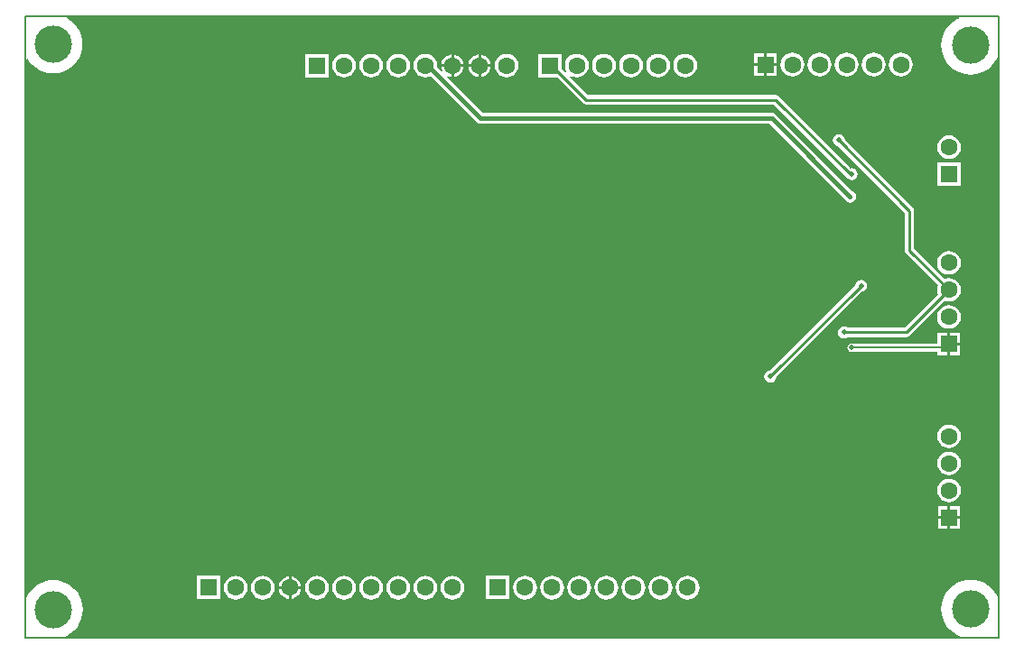
<source format=gbl>
G04 Layer_Physical_Order=2*
G04 Layer_Color=16711680*
%FSLAX43Y43*%
%MOMM*%
G71*
G01*
G75*
%ADD13C,0.250*%
%ADD14C,0.400*%
%ADD15C,0.200*%
%ADD16C,0.127*%
%ADD17C,1.600*%
%ADD18R,1.600X1.600*%
%ADD19C,3.500*%
%ADD20R,1.600X1.600*%
%ADD21C,0.400*%
%ADD22C,0.500*%
G36*
X87628Y58155D02*
X87400Y58061D01*
X87031Y57835D01*
X86702Y57554D01*
X86421Y57225D01*
X86195Y56856D01*
X86029Y56456D01*
X85928Y56035D01*
X85894Y55603D01*
X85928Y55172D01*
X86029Y54751D01*
X86195Y54351D01*
X86421Y53982D01*
X86702Y53653D01*
X87031Y53372D01*
X87400Y53145D01*
X87800Y52980D01*
X88221Y52879D01*
X88653Y52845D01*
X89084Y52879D01*
X89505Y52980D01*
X89905Y53145D01*
X90274Y53372D01*
X90603Y53653D01*
X90884Y53982D01*
X91111Y54351D01*
X91176Y54508D01*
X91303Y54482D01*
Y3818D01*
X91176Y3793D01*
X91111Y3950D01*
X90884Y4319D01*
X90603Y4648D01*
X90274Y4929D01*
X89905Y5155D01*
X89505Y5321D01*
X89084Y5422D01*
X88653Y5456D01*
X88221Y5422D01*
X87800Y5321D01*
X87400Y5155D01*
X87031Y4929D01*
X86702Y4648D01*
X86421Y4319D01*
X86195Y3950D01*
X86029Y3550D01*
X85928Y3129D01*
X85894Y2697D01*
X85928Y2266D01*
X86029Y1845D01*
X86195Y1445D01*
X86421Y1076D01*
X86702Y747D01*
X87031Y466D01*
X87400Y239D01*
X87701Y115D01*
X87676Y-12D01*
X3725D01*
X3699Y115D01*
X3910Y202D01*
X4279Y428D01*
X4608Y709D01*
X4889Y1039D01*
X5115Y1408D01*
X5281Y1807D01*
X5382Y2228D01*
X5416Y2660D01*
X5382Y3091D01*
X5281Y3512D01*
X5115Y3912D01*
X4889Y4281D01*
X4608Y4610D01*
X4279Y4892D01*
X3910Y5118D01*
X3510Y5283D01*
X3089Y5384D01*
X2657Y5418D01*
X2226Y5384D01*
X1805Y5283D01*
X1405Y5118D01*
X1036Y4892D01*
X707Y4610D01*
X426Y4281D01*
X199Y3912D01*
X140Y3769D01*
X13Y3794D01*
X126Y54279D01*
X253Y54315D01*
X388Y54094D01*
X669Y53765D01*
X998Y53484D01*
X1368Y53258D01*
X1767Y53092D01*
X2188Y52991D01*
X2620Y52957D01*
X3051Y52991D01*
X3472Y53092D01*
X3872Y53258D01*
X4241Y53484D01*
X4570Y53765D01*
X4852Y54094D01*
X5078Y54463D01*
X5243Y54863D01*
X5344Y55284D01*
X5378Y55715D01*
X5344Y56147D01*
X5243Y56568D01*
X5078Y56968D01*
X4852Y57337D01*
X4570Y57666D01*
X4241Y57947D01*
X3901Y58155D01*
X3932Y58283D01*
X87603D01*
X87628Y58155D01*
D02*
G37*
%LPC*%
G36*
X86501Y11162D02*
X85576D01*
Y10237D01*
X86501D01*
Y11162D01*
D02*
G37*
G36*
X87676D02*
X86751D01*
Y10237D01*
X87676D01*
Y11162D01*
D02*
G37*
G36*
X86501Y12337D02*
X85576D01*
Y11412D01*
X86501D01*
Y12337D01*
D02*
G37*
G36*
X24959Y5745D02*
Y4828D01*
X25877D01*
X25857Y4977D01*
X25751Y5232D01*
X25583Y5452D01*
X25364Y5620D01*
X25108Y5726D01*
X24959Y5745D01*
D02*
G37*
G36*
X24709Y4578D02*
X23791D01*
X23811Y4429D01*
X23917Y4173D01*
X24085Y3954D01*
X24304Y3786D01*
X24560Y3680D01*
X24709Y3660D01*
Y4578D01*
D02*
G37*
G36*
X45439Y5808D02*
X43229D01*
Y3598D01*
X45439D01*
Y5808D01*
D02*
G37*
G36*
X24709Y5745D02*
X24560Y5726D01*
X24304Y5620D01*
X24085Y5452D01*
X23917Y5232D01*
X23811Y4977D01*
X23791Y4828D01*
X24709D01*
Y5745D01*
D02*
G37*
G36*
X25877Y4578D02*
X24959D01*
Y3660D01*
X25108Y3680D01*
X25364Y3786D01*
X25583Y3954D01*
X25751Y4173D01*
X25857Y4429D01*
X25877Y4578D01*
D02*
G37*
G36*
X86493Y28628D02*
X85568D01*
Y27634D01*
X77494D01*
X77337Y27603D01*
X77203Y27513D01*
X77113Y27379D01*
X77082Y27221D01*
X77113Y27063D01*
X77203Y26930D01*
X77337Y26840D01*
X77494Y26809D01*
X85568D01*
Y26528D01*
X86493D01*
Y27578D01*
Y28628D01*
D02*
G37*
G36*
X78396Y33594D02*
X78179Y33551D01*
X77996Y33428D01*
X77873Y33245D01*
X77844Y33096D01*
X69816Y25068D01*
X69667Y25038D01*
X69483Y24915D01*
X69360Y24732D01*
X69317Y24515D01*
X69360Y24299D01*
X69483Y24115D01*
X69667Y23993D01*
X69883Y23950D01*
X70100Y23993D01*
X70283Y24115D01*
X70406Y24299D01*
X70435Y24448D01*
X78463Y32476D01*
X78612Y32505D01*
X78796Y32628D01*
X78918Y32812D01*
X78961Y33028D01*
X78918Y33245D01*
X78796Y33428D01*
X78612Y33551D01*
X78396Y33594D01*
D02*
G37*
G36*
X87668Y28628D02*
X86743D01*
Y27703D01*
X87668D01*
Y28628D01*
D02*
G37*
G36*
Y27453D02*
X86743D01*
Y26528D01*
X87668D01*
Y27453D01*
D02*
G37*
G36*
X86626Y14941D02*
X86338Y14903D01*
X86069Y14792D01*
X85838Y14615D01*
X85661Y14384D01*
X85550Y14115D01*
X85512Y13827D01*
X85550Y13538D01*
X85661Y13270D01*
X85838Y13039D01*
X86069Y12862D01*
X86338Y12750D01*
X86626Y12713D01*
X86915Y12750D01*
X87184Y12862D01*
X87414Y13039D01*
X87591Y13270D01*
X87703Y13538D01*
X87741Y13827D01*
X87703Y14115D01*
X87591Y14384D01*
X87414Y14615D01*
X87184Y14792D01*
X86915Y14903D01*
X86626Y14941D01*
D02*
G37*
G36*
X87676Y12337D02*
X86751D01*
Y11412D01*
X87676D01*
Y12337D01*
D02*
G37*
G36*
X86626Y20021D02*
X86338Y19983D01*
X86069Y19872D01*
X85838Y19695D01*
X85661Y19464D01*
X85550Y19195D01*
X85512Y18907D01*
X85550Y18618D01*
X85661Y18350D01*
X85838Y18119D01*
X86069Y17942D01*
X86338Y17830D01*
X86626Y17793D01*
X86915Y17830D01*
X87184Y17942D01*
X87414Y18119D01*
X87591Y18350D01*
X87703Y18618D01*
X87741Y18907D01*
X87703Y19195D01*
X87591Y19464D01*
X87414Y19695D01*
X87184Y19872D01*
X86915Y19983D01*
X86626Y20021D01*
D02*
G37*
G36*
Y17481D02*
X86338Y17443D01*
X86069Y17332D01*
X85838Y17155D01*
X85661Y16924D01*
X85550Y16655D01*
X85512Y16367D01*
X85550Y16078D01*
X85661Y15810D01*
X85838Y15579D01*
X86069Y15402D01*
X86338Y15290D01*
X86626Y15253D01*
X86915Y15290D01*
X87184Y15402D01*
X87414Y15579D01*
X87591Y15810D01*
X87703Y16078D01*
X87741Y16367D01*
X87703Y16655D01*
X87591Y16924D01*
X87414Y17155D01*
X87184Y17332D01*
X86915Y17443D01*
X86626Y17481D01*
D02*
G37*
G36*
X34994Y5817D02*
X34706Y5779D01*
X34437Y5668D01*
X34206Y5491D01*
X34029Y5260D01*
X33918Y4991D01*
X33880Y4703D01*
X33918Y4414D01*
X34029Y4146D01*
X34206Y3915D01*
X34437Y3738D01*
X34706Y3626D01*
X34994Y3588D01*
X35282Y3626D01*
X35551Y3738D01*
X35782Y3915D01*
X35959Y4146D01*
X36070Y4414D01*
X36108Y4703D01*
X36070Y4991D01*
X35959Y5260D01*
X35782Y5491D01*
X35551Y5668D01*
X35282Y5779D01*
X34994Y5817D01*
D02*
G37*
G36*
X32454D02*
X32166Y5779D01*
X31897Y5668D01*
X31666Y5491D01*
X31489Y5260D01*
X31378Y4991D01*
X31340Y4703D01*
X31378Y4414D01*
X31489Y4146D01*
X31666Y3915D01*
X31897Y3738D01*
X32166Y3626D01*
X32454Y3588D01*
X32742Y3626D01*
X33011Y3738D01*
X33242Y3915D01*
X33419Y4146D01*
X33530Y4414D01*
X33568Y4703D01*
X33530Y4991D01*
X33419Y5260D01*
X33242Y5491D01*
X33011Y5668D01*
X32742Y5779D01*
X32454Y5817D01*
D02*
G37*
G36*
X40074D02*
X39786Y5779D01*
X39517Y5668D01*
X39286Y5491D01*
X39109Y5260D01*
X38998Y4991D01*
X38960Y4703D01*
X38998Y4414D01*
X39109Y4146D01*
X39286Y3915D01*
X39517Y3738D01*
X39786Y3626D01*
X40074Y3588D01*
X40362Y3626D01*
X40631Y3738D01*
X40862Y3915D01*
X41039Y4146D01*
X41150Y4414D01*
X41188Y4703D01*
X41150Y4991D01*
X41039Y5260D01*
X40862Y5491D01*
X40631Y5668D01*
X40362Y5779D01*
X40074Y5817D01*
D02*
G37*
G36*
X37534D02*
X37246Y5779D01*
X36977Y5668D01*
X36746Y5491D01*
X36569Y5260D01*
X36458Y4991D01*
X36420Y4703D01*
X36458Y4414D01*
X36569Y4146D01*
X36746Y3915D01*
X36977Y3738D01*
X37246Y3626D01*
X37534Y3588D01*
X37822Y3626D01*
X38091Y3738D01*
X38322Y3915D01*
X38499Y4146D01*
X38610Y4414D01*
X38648Y4703D01*
X38610Y4991D01*
X38499Y5260D01*
X38322Y5491D01*
X38091Y5668D01*
X37822Y5779D01*
X37534Y5817D01*
D02*
G37*
G36*
X22294D02*
X22006Y5779D01*
X21737Y5668D01*
X21506Y5491D01*
X21329Y5260D01*
X21218Y4991D01*
X21180Y4703D01*
X21218Y4414D01*
X21329Y4146D01*
X21506Y3915D01*
X21737Y3738D01*
X22006Y3626D01*
X22294Y3588D01*
X22582Y3626D01*
X22851Y3738D01*
X23082Y3915D01*
X23259Y4146D01*
X23370Y4414D01*
X23408Y4703D01*
X23370Y4991D01*
X23259Y5260D01*
X23082Y5491D01*
X22851Y5668D01*
X22582Y5779D01*
X22294Y5817D01*
D02*
G37*
G36*
X19754D02*
X19466Y5779D01*
X19197Y5668D01*
X18966Y5491D01*
X18789Y5260D01*
X18678Y4991D01*
X18640Y4703D01*
X18678Y4414D01*
X18789Y4146D01*
X18966Y3915D01*
X19197Y3738D01*
X19466Y3626D01*
X19754Y3588D01*
X20042Y3626D01*
X20311Y3738D01*
X20542Y3915D01*
X20719Y4146D01*
X20830Y4414D01*
X20868Y4703D01*
X20830Y4991D01*
X20719Y5260D01*
X20542Y5491D01*
X20311Y5668D01*
X20042Y5779D01*
X19754Y5817D01*
D02*
G37*
G36*
X29914D02*
X29626Y5779D01*
X29357Y5668D01*
X29126Y5491D01*
X28949Y5260D01*
X28838Y4991D01*
X28800Y4703D01*
X28838Y4414D01*
X28949Y4146D01*
X29126Y3915D01*
X29357Y3738D01*
X29626Y3626D01*
X29914Y3588D01*
X30202Y3626D01*
X30471Y3738D01*
X30702Y3915D01*
X30879Y4146D01*
X30990Y4414D01*
X31028Y4703D01*
X30990Y4991D01*
X30879Y5260D01*
X30702Y5491D01*
X30471Y5668D01*
X30202Y5779D01*
X29914Y5817D01*
D02*
G37*
G36*
X27374D02*
X27086Y5779D01*
X26817Y5668D01*
X26586Y5491D01*
X26409Y5260D01*
X26298Y4991D01*
X26260Y4703D01*
X26298Y4414D01*
X26409Y4146D01*
X26586Y3915D01*
X26817Y3738D01*
X27086Y3626D01*
X27374Y3588D01*
X27662Y3626D01*
X27931Y3738D01*
X28162Y3915D01*
X28339Y4146D01*
X28450Y4414D01*
X28488Y4703D01*
X28450Y4991D01*
X28339Y5260D01*
X28162Y5491D01*
X27931Y5668D01*
X27662Y5779D01*
X27374Y5817D01*
D02*
G37*
G36*
X59574Y5817D02*
X59286Y5779D01*
X59017Y5668D01*
X58786Y5491D01*
X58609Y5260D01*
X58498Y4991D01*
X58460Y4703D01*
X58498Y4414D01*
X58609Y4146D01*
X58786Y3915D01*
X59017Y3738D01*
X59286Y3626D01*
X59574Y3588D01*
X59862Y3626D01*
X60131Y3738D01*
X60362Y3915D01*
X60539Y4146D01*
X60650Y4414D01*
X60688Y4703D01*
X60650Y4991D01*
X60539Y5260D01*
X60362Y5491D01*
X60131Y5668D01*
X59862Y5779D01*
X59574Y5817D01*
D02*
G37*
G36*
X57034D02*
X56746Y5779D01*
X56477Y5668D01*
X56246Y5491D01*
X56069Y5260D01*
X55958Y4991D01*
X55920Y4703D01*
X55958Y4414D01*
X56069Y4146D01*
X56246Y3915D01*
X56477Y3738D01*
X56746Y3626D01*
X57034Y3588D01*
X57322Y3626D01*
X57591Y3738D01*
X57822Y3915D01*
X57999Y4146D01*
X58110Y4414D01*
X58148Y4703D01*
X58110Y4991D01*
X57999Y5260D01*
X57822Y5491D01*
X57591Y5668D01*
X57322Y5779D01*
X57034Y5817D01*
D02*
G37*
G36*
X18319Y5808D02*
X16109D01*
Y3598D01*
X18319D01*
Y5808D01*
D02*
G37*
G36*
X62114Y5817D02*
X61826Y5779D01*
X61557Y5668D01*
X61326Y5491D01*
X61149Y5260D01*
X61038Y4991D01*
X61000Y4703D01*
X61038Y4414D01*
X61149Y4146D01*
X61326Y3915D01*
X61557Y3738D01*
X61826Y3626D01*
X62114Y3588D01*
X62402Y3626D01*
X62671Y3738D01*
X62902Y3915D01*
X63079Y4146D01*
X63190Y4414D01*
X63228Y4703D01*
X63190Y4991D01*
X63079Y5260D01*
X62902Y5491D01*
X62671Y5668D01*
X62402Y5779D01*
X62114Y5817D01*
D02*
G37*
G36*
X49414D02*
X49126Y5779D01*
X48857Y5668D01*
X48626Y5491D01*
X48449Y5260D01*
X48338Y4991D01*
X48300Y4703D01*
X48338Y4414D01*
X48449Y4146D01*
X48626Y3915D01*
X48857Y3738D01*
X49126Y3626D01*
X49414Y3588D01*
X49702Y3626D01*
X49971Y3738D01*
X50202Y3915D01*
X50379Y4146D01*
X50490Y4414D01*
X50528Y4703D01*
X50490Y4991D01*
X50379Y5260D01*
X50202Y5491D01*
X49971Y5668D01*
X49702Y5779D01*
X49414Y5817D01*
D02*
G37*
G36*
X46874D02*
X46586Y5779D01*
X46317Y5668D01*
X46086Y5491D01*
X45909Y5260D01*
X45798Y4991D01*
X45760Y4703D01*
X45798Y4414D01*
X45909Y4146D01*
X46086Y3915D01*
X46317Y3738D01*
X46586Y3626D01*
X46874Y3588D01*
X47162Y3626D01*
X47431Y3738D01*
X47662Y3915D01*
X47839Y4146D01*
X47950Y4414D01*
X47988Y4703D01*
X47950Y4991D01*
X47839Y5260D01*
X47662Y5491D01*
X47431Y5668D01*
X47162Y5779D01*
X46874Y5817D01*
D02*
G37*
G36*
X54494D02*
X54206Y5779D01*
X53937Y5668D01*
X53706Y5491D01*
X53529Y5260D01*
X53418Y4991D01*
X53380Y4703D01*
X53418Y4414D01*
X53529Y4146D01*
X53706Y3915D01*
X53937Y3738D01*
X54206Y3626D01*
X54494Y3588D01*
X54782Y3626D01*
X55051Y3738D01*
X55282Y3915D01*
X55459Y4146D01*
X55570Y4414D01*
X55608Y4703D01*
X55570Y4991D01*
X55459Y5260D01*
X55282Y5491D01*
X55051Y5668D01*
X54782Y5779D01*
X54494Y5817D01*
D02*
G37*
G36*
X51954D02*
X51666Y5779D01*
X51397Y5668D01*
X51166Y5491D01*
X50989Y5260D01*
X50878Y4991D01*
X50840Y4703D01*
X50878Y4414D01*
X50989Y4146D01*
X51166Y3915D01*
X51397Y3738D01*
X51666Y3626D01*
X51954Y3588D01*
X52242Y3626D01*
X52511Y3738D01*
X52742Y3915D01*
X52919Y4146D01*
X53030Y4414D01*
X53068Y4703D01*
X53030Y4991D01*
X52919Y5260D01*
X52742Y5491D01*
X52511Y5668D01*
X52242Y5779D01*
X51954Y5817D01*
D02*
G37*
G36*
X79578Y54916D02*
X79289Y54878D01*
X79020Y54766D01*
X78790Y54589D01*
X78613Y54359D01*
X78501Y54090D01*
X78463Y53801D01*
X78501Y53513D01*
X78613Y53244D01*
X78790Y53013D01*
X79020Y52836D01*
X79289Y52725D01*
X79578Y52687D01*
X79866Y52725D01*
X80135Y52836D01*
X80366Y53013D01*
X80543Y53244D01*
X80654Y53513D01*
X80692Y53801D01*
X80654Y54090D01*
X80543Y54359D01*
X80366Y54589D01*
X80135Y54766D01*
X79866Y54878D01*
X79578Y54916D01*
D02*
G37*
G36*
X77038D02*
X76749Y54878D01*
X76480Y54766D01*
X76250Y54589D01*
X76073Y54359D01*
X75961Y54090D01*
X75923Y53801D01*
X75961Y53513D01*
X76073Y53244D01*
X76250Y53013D01*
X76480Y52836D01*
X76749Y52725D01*
X77038Y52687D01*
X77326Y52725D01*
X77595Y52836D01*
X77826Y53013D01*
X78003Y53244D01*
X78114Y53513D01*
X78152Y53801D01*
X78114Y54090D01*
X78003Y54359D01*
X77826Y54589D01*
X77595Y54766D01*
X77326Y54878D01*
X77038Y54916D01*
D02*
G37*
G36*
X69293Y53676D02*
X68368D01*
Y52751D01*
X69293D01*
Y53676D01*
D02*
G37*
G36*
X82118Y54916D02*
X81829Y54878D01*
X81560Y54766D01*
X81330Y54589D01*
X81153Y54359D01*
X81041Y54090D01*
X81003Y53801D01*
X81041Y53513D01*
X81153Y53244D01*
X81330Y53013D01*
X81560Y52836D01*
X81829Y52725D01*
X82118Y52687D01*
X82406Y52725D01*
X82675Y52836D01*
X82906Y53013D01*
X83083Y53244D01*
X83194Y53513D01*
X83232Y53801D01*
X83194Y54090D01*
X83083Y54359D01*
X82906Y54589D01*
X82675Y54766D01*
X82406Y54878D01*
X82118Y54916D01*
D02*
G37*
G36*
X43657Y53578D02*
X42739D01*
Y52660D01*
X42888Y52680D01*
X43144Y52786D01*
X43363Y52954D01*
X43531Y53173D01*
X43637Y53429D01*
X43657Y53578D01*
D02*
G37*
G36*
X42489D02*
X41571D01*
X41591Y53429D01*
X41697Y53173D01*
X41865Y52954D01*
X42084Y52786D01*
X42340Y52680D01*
X42489Y52660D01*
Y53578D01*
D02*
G37*
G36*
X74498Y54916D02*
X74209Y54878D01*
X73940Y54766D01*
X73710Y54589D01*
X73533Y54359D01*
X73421Y54090D01*
X73383Y53801D01*
X73421Y53513D01*
X73533Y53244D01*
X73710Y53013D01*
X73940Y52836D01*
X74209Y52725D01*
X74498Y52687D01*
X74786Y52725D01*
X75055Y52836D01*
X75286Y53013D01*
X75463Y53244D01*
X75574Y53513D01*
X75612Y53801D01*
X75574Y54090D01*
X75463Y54359D01*
X75286Y54589D01*
X75055Y54766D01*
X74786Y54878D01*
X74498Y54916D01*
D02*
G37*
G36*
X71958D02*
X71669Y54878D01*
X71400Y54766D01*
X71170Y54589D01*
X70993Y54359D01*
X70881Y54090D01*
X70843Y53801D01*
X70881Y53513D01*
X70993Y53244D01*
X71170Y53013D01*
X71400Y52836D01*
X71669Y52725D01*
X71958Y52687D01*
X72246Y52725D01*
X72515Y52836D01*
X72746Y53013D01*
X72923Y53244D01*
X73034Y53513D01*
X73072Y53801D01*
X73034Y54090D01*
X72923Y54359D01*
X72746Y54589D01*
X72515Y54766D01*
X72246Y54878D01*
X71958Y54916D01*
D02*
G37*
G36*
X42739Y54745D02*
Y53828D01*
X43657D01*
X43637Y53977D01*
X43531Y54232D01*
X43363Y54452D01*
X43144Y54620D01*
X42888Y54726D01*
X42739Y54745D01*
D02*
G37*
G36*
X42489D02*
X42340Y54726D01*
X42084Y54620D01*
X41865Y54452D01*
X41697Y54232D01*
X41591Y53977D01*
X41571Y53828D01*
X42489D01*
Y54745D01*
D02*
G37*
G36*
X70468Y54851D02*
X69543D01*
Y53926D01*
X70468D01*
Y54851D01*
D02*
G37*
G36*
X69293D02*
X68368D01*
Y53926D01*
X69293D01*
Y54851D01*
D02*
G37*
G36*
X51734Y54817D02*
X51446Y54779D01*
X51177Y54668D01*
X50946Y54491D01*
X50769Y54260D01*
X50658Y53991D01*
X50620Y53703D01*
X50658Y53414D01*
X50769Y53146D01*
X50668Y53068D01*
X50299Y53438D01*
Y54808D01*
X48089D01*
Y52598D01*
X49899D01*
X52318Y50179D01*
X52460Y50084D01*
X52628Y50051D01*
X70190D01*
X77076Y43164D01*
X77112Y43110D01*
X77296Y42988D01*
X77512Y42945D01*
X77729Y42988D01*
X77912Y43110D01*
X78035Y43294D01*
X78078Y43510D01*
X78035Y43727D01*
X77912Y43910D01*
X77729Y44033D01*
X77512Y44076D01*
X77422Y44058D01*
X70681Y50799D01*
X70539Y50894D01*
X70371Y50927D01*
X52809D01*
X51100Y52637D01*
X51177Y52738D01*
X51446Y52626D01*
X51734Y52588D01*
X52022Y52626D01*
X52291Y52738D01*
X52522Y52915D01*
X52699Y53146D01*
X52810Y53414D01*
X52848Y53703D01*
X52810Y53991D01*
X52699Y54260D01*
X52522Y54491D01*
X52291Y54668D01*
X52022Y54779D01*
X51734Y54817D01*
D02*
G37*
G36*
X70468Y53676D02*
X69543D01*
Y52751D01*
X70468D01*
Y53676D01*
D02*
G37*
G36*
X40199Y54745D02*
Y53828D01*
X41117D01*
X41097Y53977D01*
X40991Y54232D01*
X40823Y54452D01*
X40604Y54620D01*
X40348Y54726D01*
X40199Y54745D01*
D02*
G37*
G36*
X39949D02*
X39800Y54726D01*
X39544Y54620D01*
X39325Y54452D01*
X39157Y54232D01*
X39051Y53977D01*
X39031Y53828D01*
X39949D01*
Y54745D01*
D02*
G37*
G36*
X29914Y54817D02*
X29626Y54779D01*
X29357Y54668D01*
X29126Y54491D01*
X28949Y54260D01*
X28838Y53991D01*
X28800Y53703D01*
X28838Y53414D01*
X28949Y53146D01*
X29126Y52915D01*
X29357Y52738D01*
X29626Y52626D01*
X29914Y52588D01*
X30202Y52626D01*
X30471Y52738D01*
X30702Y52915D01*
X30879Y53146D01*
X30990Y53414D01*
X31028Y53703D01*
X30990Y53991D01*
X30879Y54260D01*
X30702Y54491D01*
X30471Y54668D01*
X30202Y54779D01*
X29914Y54817D01*
D02*
G37*
G36*
X86626Y47161D02*
X86338Y47123D01*
X86069Y47012D01*
X85838Y46835D01*
X85661Y46604D01*
X85550Y46335D01*
X85512Y46047D01*
X85550Y45759D01*
X85661Y45490D01*
X85838Y45259D01*
X86069Y45082D01*
X86338Y44971D01*
X86626Y44933D01*
X86915Y44971D01*
X87184Y45082D01*
X87414Y45259D01*
X87591Y45490D01*
X87703Y45759D01*
X87741Y46047D01*
X87703Y46335D01*
X87591Y46604D01*
X87414Y46835D01*
X87184Y47012D01*
X86915Y47123D01*
X86626Y47161D01*
D02*
G37*
G36*
X34994Y54817D02*
X34706Y54779D01*
X34437Y54668D01*
X34206Y54491D01*
X34029Y54260D01*
X33918Y53991D01*
X33880Y53703D01*
X33918Y53414D01*
X34029Y53146D01*
X34206Y52915D01*
X34437Y52738D01*
X34706Y52626D01*
X34994Y52588D01*
X35282Y52626D01*
X35551Y52738D01*
X35782Y52915D01*
X35959Y53146D01*
X36070Y53414D01*
X36108Y53703D01*
X36070Y53991D01*
X35959Y54260D01*
X35782Y54491D01*
X35551Y54668D01*
X35282Y54779D01*
X34994Y54817D01*
D02*
G37*
G36*
X32454D02*
X32166Y54779D01*
X31897Y54668D01*
X31666Y54491D01*
X31489Y54260D01*
X31378Y53991D01*
X31340Y53703D01*
X31378Y53414D01*
X31489Y53146D01*
X31666Y52915D01*
X31897Y52738D01*
X32166Y52626D01*
X32454Y52588D01*
X32742Y52626D01*
X33011Y52738D01*
X33242Y52915D01*
X33419Y53146D01*
X33530Y53414D01*
X33568Y53703D01*
X33530Y53991D01*
X33419Y54260D01*
X33242Y54491D01*
X33011Y54668D01*
X32742Y54779D01*
X32454Y54817D01*
D02*
G37*
G36*
X76318Y47262D02*
X76101Y47218D01*
X75918Y47096D01*
X75795Y46912D01*
X75752Y46696D01*
X75795Y46479D01*
X75918Y46296D01*
X76101Y46173D01*
X76250Y46144D01*
X82490Y39904D01*
Y36348D01*
X82523Y36180D01*
X82618Y36038D01*
X85591Y33066D01*
X85541Y32947D01*
X85503Y32658D01*
X85541Y32370D01*
X85591Y32251D01*
X82445Y29105D01*
X77115D01*
X76988Y29189D01*
X76772Y29232D01*
X76555Y29189D01*
X76372Y29067D01*
X76249Y28883D01*
X76206Y28667D01*
X76249Y28450D01*
X76372Y28267D01*
X76555Y28144D01*
X76772Y28101D01*
X76988Y28144D01*
X77115Y28228D01*
X82626D01*
X82794Y28262D01*
X82936Y28357D01*
X86210Y31631D01*
X86329Y31582D01*
X86618Y31544D01*
X86906Y31582D01*
X87175Y31693D01*
X87406Y31870D01*
X87583Y32101D01*
X87694Y32370D01*
X87732Y32658D01*
X87694Y32947D01*
X87583Y33215D01*
X87406Y33446D01*
X87175Y33623D01*
X86906Y33735D01*
X86618Y33773D01*
X86329Y33735D01*
X86210Y33685D01*
X83366Y36530D01*
Y40086D01*
X83333Y40253D01*
X83238Y40396D01*
X76870Y46763D01*
X76840Y46912D01*
X76718Y47096D01*
X76534Y47218D01*
X76318Y47262D01*
D02*
G37*
G36*
X86618Y31233D02*
X86329Y31195D01*
X86061Y31083D01*
X85830Y30906D01*
X85653Y30675D01*
X85541Y30407D01*
X85503Y30118D01*
X85541Y29830D01*
X85653Y29561D01*
X85830Y29330D01*
X86061Y29153D01*
X86329Y29042D01*
X86618Y29004D01*
X86906Y29042D01*
X87175Y29153D01*
X87406Y29330D01*
X87583Y29561D01*
X87694Y29830D01*
X87732Y30118D01*
X87694Y30407D01*
X87583Y30675D01*
X87406Y30906D01*
X87175Y31083D01*
X86906Y31195D01*
X86618Y31233D01*
D02*
G37*
G36*
X87731Y44612D02*
X85522D01*
Y42402D01*
X87731D01*
Y44612D01*
D02*
G37*
G36*
X86618Y36313D02*
X86329Y36275D01*
X86061Y36163D01*
X85830Y35986D01*
X85653Y35755D01*
X85541Y35487D01*
X85503Y35198D01*
X85541Y34910D01*
X85653Y34641D01*
X85830Y34410D01*
X86061Y34233D01*
X86329Y34122D01*
X86618Y34084D01*
X86906Y34122D01*
X87175Y34233D01*
X87406Y34410D01*
X87583Y34641D01*
X87694Y34910D01*
X87732Y35198D01*
X87694Y35487D01*
X87583Y35755D01*
X87406Y35986D01*
X87175Y36163D01*
X86906Y36275D01*
X86618Y36313D01*
D02*
G37*
G36*
X28479Y54808D02*
X26269D01*
Y52598D01*
X28479D01*
Y54808D01*
D02*
G37*
G36*
X61894Y54817D02*
X61606Y54779D01*
X61337Y54668D01*
X61106Y54491D01*
X60929Y54260D01*
X60818Y53991D01*
X60780Y53703D01*
X60818Y53414D01*
X60929Y53146D01*
X61106Y52915D01*
X61337Y52738D01*
X61606Y52626D01*
X61894Y52588D01*
X62182Y52626D01*
X62451Y52738D01*
X62682Y52915D01*
X62859Y53146D01*
X62970Y53414D01*
X63008Y53703D01*
X62970Y53991D01*
X62859Y54260D01*
X62682Y54491D01*
X62451Y54668D01*
X62182Y54779D01*
X61894Y54817D01*
D02*
G37*
G36*
X41117Y53578D02*
X40199D01*
Y52660D01*
X40348Y52680D01*
X40604Y52786D01*
X40823Y52954D01*
X40991Y53173D01*
X41097Y53429D01*
X41117Y53578D01*
D02*
G37*
G36*
X37534Y54817D02*
X37246Y54779D01*
X36977Y54668D01*
X36746Y54491D01*
X36569Y54260D01*
X36458Y53991D01*
X36420Y53703D01*
X36458Y53414D01*
X36569Y53146D01*
X36746Y52915D01*
X36977Y52738D01*
X37246Y52626D01*
X37534Y52588D01*
X37822Y52626D01*
X38020Y52708D01*
X42326Y48403D01*
X42493Y48291D01*
X42690Y48252D01*
X69791D01*
X76831Y41212D01*
X76834Y41198D01*
X76957Y41015D01*
X77140Y40892D01*
X77357Y40849D01*
X77573Y40892D01*
X77757Y41015D01*
X77879Y41198D01*
X77922Y41415D01*
X77879Y41631D01*
X77757Y41814D01*
X77573Y41937D01*
X77559Y41940D01*
X70368Y49131D01*
X70201Y49242D01*
X70004Y49282D01*
X42903D01*
X39531Y52654D01*
X39603Y52761D01*
X39800Y52680D01*
X39949Y52660D01*
Y53578D01*
X39031D01*
X39051Y53429D01*
X39133Y53232D01*
X39025Y53160D01*
X38629Y53556D01*
X38648Y53703D01*
X38610Y53991D01*
X38499Y54260D01*
X38322Y54491D01*
X38091Y54668D01*
X37822Y54779D01*
X37534Y54817D01*
D02*
G37*
G36*
X54274D02*
X53986Y54779D01*
X53717Y54668D01*
X53486Y54491D01*
X53309Y54260D01*
X53198Y53991D01*
X53160Y53703D01*
X53198Y53414D01*
X53309Y53146D01*
X53486Y52915D01*
X53717Y52738D01*
X53986Y52626D01*
X54274Y52588D01*
X54562Y52626D01*
X54831Y52738D01*
X55062Y52915D01*
X55239Y53146D01*
X55350Y53414D01*
X55388Y53703D01*
X55350Y53991D01*
X55239Y54260D01*
X55062Y54491D01*
X54831Y54668D01*
X54562Y54779D01*
X54274Y54817D01*
D02*
G37*
G36*
X45154D02*
X44866Y54779D01*
X44597Y54668D01*
X44366Y54491D01*
X44189Y54260D01*
X44078Y53991D01*
X44040Y53703D01*
X44078Y53414D01*
X44189Y53146D01*
X44366Y52915D01*
X44597Y52738D01*
X44866Y52626D01*
X45154Y52588D01*
X45442Y52626D01*
X45711Y52738D01*
X45942Y52915D01*
X46119Y53146D01*
X46230Y53414D01*
X46268Y53703D01*
X46230Y53991D01*
X46119Y54260D01*
X45942Y54491D01*
X45711Y54668D01*
X45442Y54779D01*
X45154Y54817D01*
D02*
G37*
G36*
X59354D02*
X59066Y54779D01*
X58797Y54668D01*
X58566Y54491D01*
X58389Y54260D01*
X58278Y53991D01*
X58240Y53703D01*
X58278Y53414D01*
X58389Y53146D01*
X58566Y52915D01*
X58797Y52738D01*
X59066Y52626D01*
X59354Y52588D01*
X59642Y52626D01*
X59911Y52738D01*
X60142Y52915D01*
X60319Y53146D01*
X60430Y53414D01*
X60468Y53703D01*
X60430Y53991D01*
X60319Y54260D01*
X60142Y54491D01*
X59911Y54668D01*
X59642Y54779D01*
X59354Y54817D01*
D02*
G37*
G36*
X56814D02*
X56526Y54779D01*
X56257Y54668D01*
X56026Y54491D01*
X55849Y54260D01*
X55738Y53991D01*
X55700Y53703D01*
X55738Y53414D01*
X55849Y53146D01*
X56026Y52915D01*
X56257Y52738D01*
X56526Y52626D01*
X56814Y52588D01*
X57102Y52626D01*
X57371Y52738D01*
X57602Y52915D01*
X57779Y53146D01*
X57890Y53414D01*
X57928Y53703D01*
X57890Y53991D01*
X57779Y54260D01*
X57602Y54491D01*
X57371Y54668D01*
X57102Y54779D01*
X56814Y54817D01*
D02*
G37*
%LPD*%
D13*
X70371Y50489D02*
X77451Y43409D01*
X82626Y28667D02*
X86618Y32658D01*
X76772Y28667D02*
X82626D01*
X77512Y43471D02*
Y43510D01*
X77451Y43409D02*
X77512Y43471D01*
X52628Y50489D02*
X70371D01*
X82928Y36348D02*
X86618Y32658D01*
X82928Y36348D02*
Y40086D01*
X76318Y46696D02*
X82928Y40086D01*
X49414Y53703D02*
X52628Y50489D01*
X69883Y24515D02*
X78396Y33028D01*
D14*
X37754Y53703D02*
X42690Y48767D01*
X70004D01*
X77357Y41415D01*
D15*
X86261Y27221D02*
X86618Y27578D01*
X77494Y27221D02*
X86261D01*
D16*
X0Y-0D02*
Y58351D01*
X91322D01*
Y-0D02*
Y58351D01*
X0Y-0D02*
X91322D01*
D17*
X45154Y53703D02*
D03*
X40074D02*
D03*
X34994D02*
D03*
X29914D02*
D03*
X32454D02*
D03*
X37534D02*
D03*
X42614D02*
D03*
X59574Y4703D02*
D03*
X54494D02*
D03*
X49414D02*
D03*
X46874D02*
D03*
X51954D02*
D03*
X57034D02*
D03*
X62114D02*
D03*
X61894Y53703D02*
D03*
X56814D02*
D03*
X51734D02*
D03*
X54274D02*
D03*
X59354D02*
D03*
X37534Y4703D02*
D03*
X32454D02*
D03*
X27374D02*
D03*
X22294D02*
D03*
X19754D02*
D03*
X24834D02*
D03*
X29914D02*
D03*
X34994D02*
D03*
X40074D02*
D03*
X86626Y46047D02*
D03*
X86618Y35198D02*
D03*
Y30118D02*
D03*
Y32658D02*
D03*
X82118Y53801D02*
D03*
X77038D02*
D03*
X71958D02*
D03*
X74498D02*
D03*
X79578D02*
D03*
X86626Y18907D02*
D03*
Y13827D02*
D03*
Y16367D02*
D03*
D18*
X27374Y53703D02*
D03*
X44334Y4703D02*
D03*
X49194Y53703D02*
D03*
X17214Y4703D02*
D03*
X69418Y53801D02*
D03*
D19*
X88653Y55603D02*
D03*
X2620Y55715D02*
D03*
X2657Y2660D02*
D03*
X88653Y2697D02*
D03*
D20*
X86626Y43507D02*
D03*
X86618Y27578D02*
D03*
X86626Y11287D02*
D03*
D21*
X79775Y42218D02*
D03*
X73113Y51398D02*
D03*
X74439Y48769D02*
D03*
X75698Y51133D02*
D03*
X76162Y49587D02*
D03*
X76273Y47952D02*
D03*
X74819Y40371D02*
D03*
X74437Y42259D02*
D03*
X74820Y45058D02*
D03*
X76150Y45757D02*
D03*
X75272Y46649D02*
D03*
X76573Y43228D02*
D03*
X53250Y6537D02*
D03*
X56549Y12457D02*
D03*
X60528Y16598D02*
D03*
X64539Y20383D02*
D03*
X81293Y26158D02*
D03*
X77428Y29730D02*
D03*
X76432Y23460D02*
D03*
X89550Y52675D02*
D03*
X90550Y50675D02*
D03*
X89550Y48675D02*
D03*
X90550Y46675D02*
D03*
X89550Y44675D02*
D03*
X90550Y42675D02*
D03*
X89550Y40675D02*
D03*
X90550Y38675D02*
D03*
X89550Y36675D02*
D03*
X90550Y34675D02*
D03*
X89550Y32675D02*
D03*
X90550Y30675D02*
D03*
X89550Y28675D02*
D03*
X90550Y26675D02*
D03*
X89550Y24675D02*
D03*
X90550Y22675D02*
D03*
X89550Y20675D02*
D03*
X90550Y18675D02*
D03*
X89550Y16675D02*
D03*
X90550Y14675D02*
D03*
X89550Y12675D02*
D03*
X90550Y10675D02*
D03*
X89550Y8675D02*
D03*
X90550Y6675D02*
D03*
X87550Y52675D02*
D03*
X88550Y50675D02*
D03*
X87550Y48675D02*
D03*
X88550Y46675D02*
D03*
Y42675D02*
D03*
X87550Y40675D02*
D03*
Y36675D02*
D03*
X88550Y30675D02*
D03*
Y26675D02*
D03*
X87550Y24675D02*
D03*
X88550Y22675D02*
D03*
X87550Y20675D02*
D03*
X88550Y18675D02*
D03*
Y14675D02*
D03*
X87550Y12675D02*
D03*
X88550Y10675D02*
D03*
X87550Y8675D02*
D03*
X88550Y6675D02*
D03*
X85550Y56675D02*
D03*
Y52675D02*
D03*
X86550Y50675D02*
D03*
X85550Y48675D02*
D03*
Y40675D02*
D03*
X86550Y38675D02*
D03*
X85550Y36675D02*
D03*
Y24675D02*
D03*
X86550Y22675D02*
D03*
X85550Y12675D02*
D03*
Y8675D02*
D03*
X86550Y6675D02*
D03*
X85550Y4675D02*
D03*
Y675D02*
D03*
X83550Y56675D02*
D03*
X84550Y54675D02*
D03*
X83550Y52675D02*
D03*
X84550Y50675D02*
D03*
X83550Y48675D02*
D03*
X84550Y46675D02*
D03*
Y42675D02*
D03*
X83550Y40675D02*
D03*
X84550Y38675D02*
D03*
X83550Y32675D02*
D03*
Y28675D02*
D03*
Y24675D02*
D03*
X84550Y22675D02*
D03*
X83550Y20675D02*
D03*
X84550Y18675D02*
D03*
Y14675D02*
D03*
X83550Y12675D02*
D03*
X84550Y10675D02*
D03*
X83550Y8675D02*
D03*
X84550Y6675D02*
D03*
X83550Y4675D02*
D03*
X84550Y2675D02*
D03*
X83550Y675D02*
D03*
X81550Y56675D02*
D03*
X82550Y50675D02*
D03*
X81550Y48675D02*
D03*
X82550Y46675D02*
D03*
Y42675D02*
D03*
X81550Y36675D02*
D03*
X82550Y34675D02*
D03*
X81550Y32675D02*
D03*
X82550Y30675D02*
D03*
X81550Y24675D02*
D03*
Y20675D02*
D03*
X82550Y18675D02*
D03*
Y14675D02*
D03*
X81550Y12675D02*
D03*
X82550Y10675D02*
D03*
X81550Y8675D02*
D03*
X82550Y6675D02*
D03*
X81550Y4675D02*
D03*
X82550Y2675D02*
D03*
X81550Y675D02*
D03*
X79550Y56675D02*
D03*
X80550Y50675D02*
D03*
X79550Y48675D02*
D03*
X80550Y46675D02*
D03*
X79550Y44675D02*
D03*
Y40675D02*
D03*
X80550Y38675D02*
D03*
X79550Y32675D02*
D03*
X80550Y30675D02*
D03*
Y22675D02*
D03*
X79550Y20675D02*
D03*
X80550Y18675D02*
D03*
Y14675D02*
D03*
X79550Y12675D02*
D03*
X80550Y10675D02*
D03*
X79550Y8675D02*
D03*
X80550Y6675D02*
D03*
X79550Y4675D02*
D03*
X80550Y2675D02*
D03*
X79550Y675D02*
D03*
X77550Y56675D02*
D03*
X78550Y54675D02*
D03*
Y50675D02*
D03*
Y46675D02*
D03*
Y42675D02*
D03*
X77550Y40675D02*
D03*
Y36675D02*
D03*
X78550Y34675D02*
D03*
X77550Y24675D02*
D03*
Y20675D02*
D03*
X78550Y18675D02*
D03*
Y14675D02*
D03*
X77550Y12675D02*
D03*
X78550Y10675D02*
D03*
X77550Y8675D02*
D03*
X78550Y6675D02*
D03*
X77550Y4675D02*
D03*
X78550Y2675D02*
D03*
X77550Y675D02*
D03*
X75550Y56675D02*
D03*
Y52675D02*
D03*
X76550Y38675D02*
D03*
X75550Y36675D02*
D03*
X76550Y34675D02*
D03*
X75550Y28675D02*
D03*
Y20675D02*
D03*
X76550Y18675D02*
D03*
Y14675D02*
D03*
X75550Y12675D02*
D03*
X76550Y10675D02*
D03*
X75550Y8675D02*
D03*
X76550Y6675D02*
D03*
X75550Y4675D02*
D03*
X76550Y2675D02*
D03*
X75550Y675D02*
D03*
X73550Y56675D02*
D03*
Y52675D02*
D03*
X74550Y38675D02*
D03*
X73550Y32675D02*
D03*
X74550Y30675D02*
D03*
X73550Y24675D02*
D03*
Y20675D02*
D03*
X74550Y18675D02*
D03*
Y14675D02*
D03*
X73550Y12675D02*
D03*
X74550Y10675D02*
D03*
X73550Y8675D02*
D03*
X74550Y6675D02*
D03*
X73550Y4675D02*
D03*
X74550Y2675D02*
D03*
X73550Y675D02*
D03*
X71550Y56675D02*
D03*
Y44675D02*
D03*
X72550Y42675D02*
D03*
X71550Y40675D02*
D03*
X72550Y38675D02*
D03*
X71550Y36675D02*
D03*
X72550Y34675D02*
D03*
X71550Y32675D02*
D03*
X72550Y30675D02*
D03*
X71550Y28675D02*
D03*
Y24675D02*
D03*
X72550Y22675D02*
D03*
X71550Y20675D02*
D03*
X72550Y18675D02*
D03*
Y14675D02*
D03*
X71550Y12675D02*
D03*
X72550Y10675D02*
D03*
X71550Y8675D02*
D03*
X72550Y6675D02*
D03*
X71550Y4675D02*
D03*
X72550Y2675D02*
D03*
X71550Y675D02*
D03*
X69550Y56675D02*
D03*
X70550Y46675D02*
D03*
X69550Y44675D02*
D03*
X70550Y42675D02*
D03*
X69550Y40675D02*
D03*
X70550Y38675D02*
D03*
X69550Y36675D02*
D03*
X70550Y34675D02*
D03*
X69550Y32675D02*
D03*
X70550Y30675D02*
D03*
X69550Y28675D02*
D03*
X70550Y26675D02*
D03*
Y22675D02*
D03*
X69550Y20675D02*
D03*
X70550Y18675D02*
D03*
Y14675D02*
D03*
X69550Y12675D02*
D03*
X70550Y10675D02*
D03*
X69550Y8675D02*
D03*
X70550Y6675D02*
D03*
X69550Y4675D02*
D03*
X70550Y2675D02*
D03*
X69550Y675D02*
D03*
X67550Y56675D02*
D03*
Y52675D02*
D03*
X68550Y46675D02*
D03*
X67550Y44675D02*
D03*
X68550Y42675D02*
D03*
X67550Y40675D02*
D03*
X68550Y38675D02*
D03*
X67550Y36675D02*
D03*
X68550Y34675D02*
D03*
X67550Y32675D02*
D03*
X68550Y30675D02*
D03*
X67550Y28675D02*
D03*
X68550Y26675D02*
D03*
X67550Y20675D02*
D03*
X68550Y18675D02*
D03*
X67550Y16675D02*
D03*
X68550Y14675D02*
D03*
X67550Y12675D02*
D03*
X68550Y10675D02*
D03*
X67550Y8675D02*
D03*
X68550Y6675D02*
D03*
X67550Y4675D02*
D03*
X68550Y2675D02*
D03*
X67550Y675D02*
D03*
X65550Y56675D02*
D03*
X66550Y54675D02*
D03*
X65550Y52675D02*
D03*
X66550Y46675D02*
D03*
X65550Y44675D02*
D03*
X66550Y42675D02*
D03*
X65550Y40675D02*
D03*
X66550Y38675D02*
D03*
X65550Y36675D02*
D03*
X66550Y34675D02*
D03*
X65550Y32675D02*
D03*
X66550Y30675D02*
D03*
X65550Y28675D02*
D03*
X66550Y26675D02*
D03*
X65550Y24675D02*
D03*
X66550Y22675D02*
D03*
Y18675D02*
D03*
X65550Y16675D02*
D03*
X66550Y10675D02*
D03*
X65550Y8675D02*
D03*
X66550Y6675D02*
D03*
X65550Y4675D02*
D03*
X66550Y2675D02*
D03*
X65550Y675D02*
D03*
X63550Y56675D02*
D03*
X64550Y54675D02*
D03*
X63550Y52675D02*
D03*
X64550Y46675D02*
D03*
X63550Y44675D02*
D03*
X64550Y42675D02*
D03*
X63550Y40675D02*
D03*
X64550Y38675D02*
D03*
X63550Y36675D02*
D03*
X64550Y34675D02*
D03*
X63550Y32675D02*
D03*
X64550Y30675D02*
D03*
X63550Y28675D02*
D03*
X64550Y26675D02*
D03*
X63550Y24675D02*
D03*
X64550Y22675D02*
D03*
X63550Y16675D02*
D03*
X64550Y14675D02*
D03*
X63550Y12675D02*
D03*
X64550Y10675D02*
D03*
X63550Y8675D02*
D03*
X64550Y6675D02*
D03*
X63550Y4675D02*
D03*
X64550Y2675D02*
D03*
X63550Y675D02*
D03*
X61550Y56675D02*
D03*
X62550Y46675D02*
D03*
X61550Y44675D02*
D03*
X62550Y42675D02*
D03*
X61550Y40675D02*
D03*
X62550Y38675D02*
D03*
X61550Y36675D02*
D03*
X62550Y34675D02*
D03*
X61550Y32675D02*
D03*
X62550Y30675D02*
D03*
X61550Y28675D02*
D03*
X62550Y26675D02*
D03*
X61550Y24675D02*
D03*
X62550Y22675D02*
D03*
X61550Y20675D02*
D03*
X62550Y18675D02*
D03*
Y14675D02*
D03*
X61550Y12675D02*
D03*
X62550Y6675D02*
D03*
Y2675D02*
D03*
X61550Y675D02*
D03*
X59550Y56675D02*
D03*
X60550Y54675D02*
D03*
Y46675D02*
D03*
X59550Y44675D02*
D03*
X60550Y42675D02*
D03*
X59550Y40675D02*
D03*
X60550Y38675D02*
D03*
X59550Y36675D02*
D03*
X60550Y34675D02*
D03*
X59550Y32675D02*
D03*
X60550Y30675D02*
D03*
X59550Y28675D02*
D03*
X60550Y26675D02*
D03*
X59550Y24675D02*
D03*
X60550Y22675D02*
D03*
X59550Y20675D02*
D03*
X60550Y18675D02*
D03*
X59550Y12675D02*
D03*
X60550Y10675D02*
D03*
X59550Y8675D02*
D03*
X60550Y6675D02*
D03*
Y2675D02*
D03*
X59550Y675D02*
D03*
X57550Y56675D02*
D03*
X58550Y54675D02*
D03*
Y46675D02*
D03*
X57550Y44675D02*
D03*
X58550Y42675D02*
D03*
X57550Y40675D02*
D03*
X58550Y38675D02*
D03*
X57550Y36675D02*
D03*
X58550Y34675D02*
D03*
X57550Y32675D02*
D03*
X58550Y30675D02*
D03*
X57550Y28675D02*
D03*
X58550Y26675D02*
D03*
X57550Y24675D02*
D03*
X58550Y22675D02*
D03*
X57550Y20675D02*
D03*
X58550Y18675D02*
D03*
X57550Y16675D02*
D03*
X58550Y14675D02*
D03*
Y10675D02*
D03*
X57550Y8675D02*
D03*
X58550Y2675D02*
D03*
X57550Y675D02*
D03*
X55550Y56675D02*
D03*
Y52675D02*
D03*
X56550Y46675D02*
D03*
X55550Y44675D02*
D03*
X56550Y42675D02*
D03*
X55550Y40675D02*
D03*
X56550Y38675D02*
D03*
X55550Y36675D02*
D03*
X56550Y34675D02*
D03*
X55550Y32675D02*
D03*
X56550Y30675D02*
D03*
X55550Y28675D02*
D03*
X56550Y26675D02*
D03*
X55550Y24675D02*
D03*
X56550Y22675D02*
D03*
X55550Y20675D02*
D03*
X56550Y18675D02*
D03*
X55550Y16675D02*
D03*
X56550Y14675D02*
D03*
X55550Y8675D02*
D03*
X56550Y6675D02*
D03*
Y2675D02*
D03*
X55550Y675D02*
D03*
X53550Y56675D02*
D03*
Y52675D02*
D03*
X54550Y46675D02*
D03*
X53550Y44675D02*
D03*
X54550Y42675D02*
D03*
X53550Y40675D02*
D03*
X54550Y38675D02*
D03*
X53550Y36675D02*
D03*
X54550Y34675D02*
D03*
X53550Y32675D02*
D03*
X54550Y30675D02*
D03*
X53550Y28675D02*
D03*
X54550Y26675D02*
D03*
X53550Y24675D02*
D03*
X54550Y22675D02*
D03*
X53550Y20675D02*
D03*
X54550Y18675D02*
D03*
X53550Y16675D02*
D03*
X54550Y14675D02*
D03*
X53550Y12675D02*
D03*
X54550Y10675D02*
D03*
X53550Y8675D02*
D03*
X54550Y2675D02*
D03*
X53550Y675D02*
D03*
X51550Y56675D02*
D03*
X52550Y46675D02*
D03*
X51550Y44675D02*
D03*
X52550Y42675D02*
D03*
X51550Y40675D02*
D03*
X52550Y38675D02*
D03*
X51550Y36675D02*
D03*
X52550Y34675D02*
D03*
X51550Y32675D02*
D03*
X52550Y30675D02*
D03*
X51550Y28675D02*
D03*
X52550Y26675D02*
D03*
X51550Y24675D02*
D03*
X52550Y22675D02*
D03*
X51550Y20675D02*
D03*
X52550Y18675D02*
D03*
X51550Y16675D02*
D03*
X52550Y14675D02*
D03*
X51550Y12675D02*
D03*
X52550Y10675D02*
D03*
Y2675D02*
D03*
X51550Y675D02*
D03*
X49550Y56675D02*
D03*
X50550Y50675D02*
D03*
Y46675D02*
D03*
X49550Y44675D02*
D03*
X50550Y42675D02*
D03*
X49550Y40675D02*
D03*
X50550Y38675D02*
D03*
X49550Y36675D02*
D03*
X50550Y34675D02*
D03*
X49550Y32675D02*
D03*
X50550Y30675D02*
D03*
X49550Y28675D02*
D03*
X50550Y26675D02*
D03*
X49550Y24675D02*
D03*
X50550Y22675D02*
D03*
X49550Y20675D02*
D03*
X50550Y18675D02*
D03*
X49550Y16675D02*
D03*
X50550Y14675D02*
D03*
X49550Y12675D02*
D03*
X50550Y10675D02*
D03*
X49550Y8675D02*
D03*
X50550Y6675D02*
D03*
Y2675D02*
D03*
X49550Y675D02*
D03*
X47550Y56675D02*
D03*
Y52675D02*
D03*
X48550Y50675D02*
D03*
Y46675D02*
D03*
X47550Y44675D02*
D03*
X48550Y42675D02*
D03*
X47550Y40675D02*
D03*
X48550Y38675D02*
D03*
X47550Y36675D02*
D03*
X48550Y34675D02*
D03*
X47550Y32675D02*
D03*
X48550Y30675D02*
D03*
X47550Y28675D02*
D03*
X48550Y26675D02*
D03*
X47550Y24675D02*
D03*
X48550Y22675D02*
D03*
X47550Y20675D02*
D03*
X48550Y18675D02*
D03*
X47550Y16675D02*
D03*
X48550Y14675D02*
D03*
X47550Y12675D02*
D03*
X48550Y10675D02*
D03*
X47550Y8675D02*
D03*
X48550Y6675D02*
D03*
Y2675D02*
D03*
X47550Y675D02*
D03*
X45550Y56675D02*
D03*
X46550Y54675D02*
D03*
Y50675D02*
D03*
Y46675D02*
D03*
X45550Y44675D02*
D03*
X46550Y42675D02*
D03*
X45550Y40675D02*
D03*
X46550Y38675D02*
D03*
X45550Y36675D02*
D03*
X46550Y34675D02*
D03*
X45550Y32675D02*
D03*
X46550Y30675D02*
D03*
X45550Y28675D02*
D03*
X46550Y26675D02*
D03*
X45550Y24675D02*
D03*
X46550Y22675D02*
D03*
X45550Y20675D02*
D03*
X46550Y18675D02*
D03*
X45550Y16675D02*
D03*
X46550Y14675D02*
D03*
X45550Y12675D02*
D03*
X46550Y10675D02*
D03*
X45550Y8675D02*
D03*
X46550Y6675D02*
D03*
Y2675D02*
D03*
X45550Y675D02*
D03*
X43550Y56675D02*
D03*
X44550Y50675D02*
D03*
Y46675D02*
D03*
X43550Y44675D02*
D03*
X44550Y42675D02*
D03*
X43550Y40675D02*
D03*
X44550Y38675D02*
D03*
X43550Y36675D02*
D03*
X44550Y34675D02*
D03*
X43550Y32675D02*
D03*
X44550Y30675D02*
D03*
X43550Y28675D02*
D03*
X44550Y26675D02*
D03*
X43550Y24675D02*
D03*
X44550Y22675D02*
D03*
X43550Y20675D02*
D03*
X44550Y18675D02*
D03*
X43550Y16675D02*
D03*
X44550Y14675D02*
D03*
X43550Y12675D02*
D03*
X44550Y10675D02*
D03*
X43550Y8675D02*
D03*
X44550Y6675D02*
D03*
Y2675D02*
D03*
X43550Y675D02*
D03*
X41550Y56675D02*
D03*
Y52675D02*
D03*
X42550Y50675D02*
D03*
X41550Y48675D02*
D03*
X42550Y46675D02*
D03*
X41550Y44675D02*
D03*
X42550Y42675D02*
D03*
X41550Y40675D02*
D03*
X42550Y38675D02*
D03*
X41550Y36675D02*
D03*
X42550Y34675D02*
D03*
X41550Y32675D02*
D03*
X42550Y30675D02*
D03*
X41550Y28675D02*
D03*
X42550Y26675D02*
D03*
X41550Y24675D02*
D03*
X42550Y22675D02*
D03*
X41550Y20675D02*
D03*
X42550Y18675D02*
D03*
X41550Y16675D02*
D03*
X42550Y14675D02*
D03*
X41550Y12675D02*
D03*
X42550Y10675D02*
D03*
X41550Y8675D02*
D03*
X42550Y6675D02*
D03*
Y2675D02*
D03*
X41550Y675D02*
D03*
X39550Y56675D02*
D03*
Y48675D02*
D03*
X40550Y46675D02*
D03*
X39550Y44675D02*
D03*
X40550Y42675D02*
D03*
X39550Y40675D02*
D03*
X40550Y38675D02*
D03*
X39550Y36675D02*
D03*
X40550Y34675D02*
D03*
X39550Y32675D02*
D03*
X40550Y30675D02*
D03*
X39550Y28675D02*
D03*
X40550Y26675D02*
D03*
X39550Y24675D02*
D03*
X40550Y22675D02*
D03*
X39550Y20675D02*
D03*
X40550Y18675D02*
D03*
X39550Y16675D02*
D03*
X40550Y14675D02*
D03*
X39550Y12675D02*
D03*
X40550Y10675D02*
D03*
X39550Y8675D02*
D03*
X40550Y6675D02*
D03*
Y2675D02*
D03*
X39550Y675D02*
D03*
X37550Y56675D02*
D03*
X38550Y50675D02*
D03*
X37550Y48675D02*
D03*
X38550Y46675D02*
D03*
X37550Y44675D02*
D03*
X38550Y42675D02*
D03*
X37550Y40675D02*
D03*
X38550Y38675D02*
D03*
X37550Y36675D02*
D03*
X38550Y34675D02*
D03*
X37550Y32675D02*
D03*
X38550Y30675D02*
D03*
X37550Y28675D02*
D03*
X38550Y26675D02*
D03*
X37550Y24675D02*
D03*
X38550Y22675D02*
D03*
X37550Y20675D02*
D03*
X38550Y18675D02*
D03*
X37550Y16675D02*
D03*
X38550Y14675D02*
D03*
X37550Y12675D02*
D03*
X38550Y10675D02*
D03*
X37550Y8675D02*
D03*
X38550Y6675D02*
D03*
Y2675D02*
D03*
X37550Y675D02*
D03*
X35550Y56675D02*
D03*
X36550Y50675D02*
D03*
X35550Y48675D02*
D03*
X36550Y46675D02*
D03*
X35550Y44675D02*
D03*
X36550Y42675D02*
D03*
X35550Y40675D02*
D03*
X36550Y38675D02*
D03*
X35550Y36675D02*
D03*
X36550Y34675D02*
D03*
X35550Y32675D02*
D03*
X36550Y30675D02*
D03*
X35550Y28675D02*
D03*
X36550Y26675D02*
D03*
X35550Y24675D02*
D03*
X36550Y22675D02*
D03*
X35550Y20675D02*
D03*
X36550Y18675D02*
D03*
X35550Y16675D02*
D03*
X36550Y14675D02*
D03*
X35550Y12675D02*
D03*
X36550Y10675D02*
D03*
X35550Y8675D02*
D03*
X36550Y6675D02*
D03*
Y2675D02*
D03*
X35550Y675D02*
D03*
X33550Y56675D02*
D03*
Y52675D02*
D03*
X34550Y50675D02*
D03*
X33550Y48675D02*
D03*
X34550Y46675D02*
D03*
X33550Y44675D02*
D03*
X34550Y42675D02*
D03*
X33550Y40675D02*
D03*
X34550Y38675D02*
D03*
X33550Y36675D02*
D03*
X34550Y34675D02*
D03*
X33550Y32675D02*
D03*
X34550Y30675D02*
D03*
X33550Y28675D02*
D03*
X34550Y26675D02*
D03*
X33550Y24675D02*
D03*
X34550Y22675D02*
D03*
X33550Y20675D02*
D03*
X34550Y18675D02*
D03*
X33550Y16675D02*
D03*
X34550Y14675D02*
D03*
X33550Y12675D02*
D03*
X34550Y10675D02*
D03*
X33550Y8675D02*
D03*
X34550Y6675D02*
D03*
Y2675D02*
D03*
X33550Y675D02*
D03*
X31550Y56675D02*
D03*
Y52675D02*
D03*
X32550Y50675D02*
D03*
X31550Y48675D02*
D03*
X32550Y46675D02*
D03*
X31550Y44675D02*
D03*
X32550Y42675D02*
D03*
X31550Y40675D02*
D03*
X32550Y38675D02*
D03*
X31550Y36675D02*
D03*
X32550Y34675D02*
D03*
X31550Y32675D02*
D03*
X32550Y30675D02*
D03*
X31550Y28675D02*
D03*
X32550Y26675D02*
D03*
X31550Y24675D02*
D03*
X32550Y22675D02*
D03*
X31550Y20675D02*
D03*
X32550Y18675D02*
D03*
X31550Y16675D02*
D03*
X32550Y14675D02*
D03*
X31550Y12675D02*
D03*
X32550Y10675D02*
D03*
X31550Y8675D02*
D03*
X32550Y6675D02*
D03*
Y2675D02*
D03*
X31550Y675D02*
D03*
X29550Y56675D02*
D03*
X30550Y50675D02*
D03*
X29550Y48675D02*
D03*
X30550Y46675D02*
D03*
X29550Y44675D02*
D03*
X30550Y42675D02*
D03*
X29550Y40675D02*
D03*
X30550Y38675D02*
D03*
X29550Y36675D02*
D03*
X30550Y34675D02*
D03*
X29550Y32675D02*
D03*
X30550Y30675D02*
D03*
X29550Y28675D02*
D03*
X30550Y26675D02*
D03*
X29550Y24675D02*
D03*
X30550Y22675D02*
D03*
X29550Y20675D02*
D03*
X30550Y18675D02*
D03*
X29550Y16675D02*
D03*
X30550Y14675D02*
D03*
X29550Y12675D02*
D03*
X30550Y10675D02*
D03*
X29550Y8675D02*
D03*
X30550Y6675D02*
D03*
Y2675D02*
D03*
X29550Y675D02*
D03*
X27550Y56675D02*
D03*
X28550Y50675D02*
D03*
X27550Y48675D02*
D03*
X28550Y46675D02*
D03*
X27550Y44675D02*
D03*
X28550Y42675D02*
D03*
X27550Y40675D02*
D03*
X28550Y38675D02*
D03*
X27550Y36675D02*
D03*
X28550Y34675D02*
D03*
X27550Y32675D02*
D03*
X28550Y30675D02*
D03*
X27550Y28675D02*
D03*
X28550Y26675D02*
D03*
X27550Y24675D02*
D03*
X28550Y22675D02*
D03*
X27550Y20675D02*
D03*
X28550Y18675D02*
D03*
X27550Y16675D02*
D03*
X28550Y14675D02*
D03*
X27550Y12675D02*
D03*
X28550Y10675D02*
D03*
X27550Y8675D02*
D03*
X28550Y6675D02*
D03*
Y2675D02*
D03*
X27550Y675D02*
D03*
X25550Y56675D02*
D03*
Y52675D02*
D03*
X26550Y50675D02*
D03*
X25550Y48675D02*
D03*
X26550Y46675D02*
D03*
X25550Y44675D02*
D03*
X26550Y42675D02*
D03*
X25550Y40675D02*
D03*
X26550Y38675D02*
D03*
X25550Y36675D02*
D03*
X26550Y34675D02*
D03*
X25550Y32675D02*
D03*
X26550Y30675D02*
D03*
X25550Y28675D02*
D03*
X26550Y26675D02*
D03*
X25550Y24675D02*
D03*
X26550Y22675D02*
D03*
X25550Y20675D02*
D03*
X26550Y18675D02*
D03*
X25550Y16675D02*
D03*
X26550Y14675D02*
D03*
X25550Y12675D02*
D03*
X26550Y10675D02*
D03*
X25550Y8675D02*
D03*
X26550Y6675D02*
D03*
Y2675D02*
D03*
X25550Y675D02*
D03*
X23550Y56675D02*
D03*
X24550Y54675D02*
D03*
X23550Y52675D02*
D03*
X24550Y50675D02*
D03*
X23550Y48675D02*
D03*
X24550Y46675D02*
D03*
X23550Y44675D02*
D03*
X24550Y42675D02*
D03*
X23550Y40675D02*
D03*
X24550Y38675D02*
D03*
X23550Y36675D02*
D03*
X24550Y34675D02*
D03*
X23550Y32675D02*
D03*
X24550Y30675D02*
D03*
X23550Y28675D02*
D03*
X24550Y26675D02*
D03*
X23550Y24675D02*
D03*
X24550Y22675D02*
D03*
X23550Y20675D02*
D03*
X24550Y18675D02*
D03*
X23550Y16675D02*
D03*
X24550Y14675D02*
D03*
X23550Y12675D02*
D03*
X24550Y10675D02*
D03*
X23550Y8675D02*
D03*
X24550Y6675D02*
D03*
Y2675D02*
D03*
X23550Y675D02*
D03*
X21550Y56675D02*
D03*
X22550Y54675D02*
D03*
X21550Y52675D02*
D03*
X22550Y50675D02*
D03*
X21550Y48675D02*
D03*
X22550Y46675D02*
D03*
X21550Y44675D02*
D03*
X22550Y42675D02*
D03*
X21550Y40675D02*
D03*
X22550Y38675D02*
D03*
X21550Y36675D02*
D03*
X22550Y34675D02*
D03*
X21550Y32675D02*
D03*
X22550Y30675D02*
D03*
X21550Y28675D02*
D03*
X22550Y26675D02*
D03*
X21550Y24675D02*
D03*
X22550Y22675D02*
D03*
X21550Y20675D02*
D03*
X22550Y18675D02*
D03*
X21550Y16675D02*
D03*
X22550Y14675D02*
D03*
X21550Y12675D02*
D03*
X22550Y10675D02*
D03*
X21550Y8675D02*
D03*
X22550Y6675D02*
D03*
Y2675D02*
D03*
X21550Y675D02*
D03*
X19550Y56675D02*
D03*
X20550Y54675D02*
D03*
X19550Y52675D02*
D03*
X20550Y50675D02*
D03*
X19550Y48675D02*
D03*
X20550Y46675D02*
D03*
X19550Y44675D02*
D03*
X20550Y42675D02*
D03*
X19550Y40675D02*
D03*
X20550Y38675D02*
D03*
X19550Y36675D02*
D03*
X20550Y34675D02*
D03*
X19550Y32675D02*
D03*
X20550Y30675D02*
D03*
X19550Y28675D02*
D03*
X20550Y26675D02*
D03*
X19550Y24675D02*
D03*
X20550Y22675D02*
D03*
X19550Y20675D02*
D03*
X20550Y18675D02*
D03*
X19550Y16675D02*
D03*
X20550Y14675D02*
D03*
X19550Y12675D02*
D03*
X20550Y10675D02*
D03*
X19550Y8675D02*
D03*
X20550Y6675D02*
D03*
Y2675D02*
D03*
X19550Y675D02*
D03*
X17550Y56675D02*
D03*
X18550Y54675D02*
D03*
X17550Y52675D02*
D03*
X18550Y50675D02*
D03*
X17550Y48675D02*
D03*
X18550Y46675D02*
D03*
X17550Y44675D02*
D03*
X18550Y42675D02*
D03*
X17550Y40675D02*
D03*
X18550Y38675D02*
D03*
X17550Y36675D02*
D03*
X18550Y34675D02*
D03*
X17550Y32675D02*
D03*
X18550Y30675D02*
D03*
X17550Y28675D02*
D03*
X18550Y26675D02*
D03*
X17550Y24675D02*
D03*
X18550Y22675D02*
D03*
X17550Y20675D02*
D03*
X18550Y18675D02*
D03*
X17550Y16675D02*
D03*
X18550Y14675D02*
D03*
X17550Y12675D02*
D03*
X18550Y10675D02*
D03*
X17550Y8675D02*
D03*
X18550Y6675D02*
D03*
Y2675D02*
D03*
X17550Y675D02*
D03*
X15550Y56675D02*
D03*
X16550Y54675D02*
D03*
X15550Y52675D02*
D03*
X16550Y50675D02*
D03*
X15550Y48675D02*
D03*
X16550Y46675D02*
D03*
X15550Y44675D02*
D03*
X16550Y42675D02*
D03*
X15550Y40675D02*
D03*
X16550Y38675D02*
D03*
X15550Y36675D02*
D03*
X16550Y34675D02*
D03*
X15550Y32675D02*
D03*
X16550Y30675D02*
D03*
X15550Y28675D02*
D03*
X16550Y26675D02*
D03*
X15550Y24675D02*
D03*
X16550Y22675D02*
D03*
X15550Y20675D02*
D03*
X16550Y18675D02*
D03*
X15550Y16675D02*
D03*
X16550Y14675D02*
D03*
X15550Y12675D02*
D03*
X16550Y10675D02*
D03*
X15550Y8675D02*
D03*
X16550Y6675D02*
D03*
X15550Y4675D02*
D03*
X16550Y2675D02*
D03*
X15550Y675D02*
D03*
X13550Y56675D02*
D03*
X14550Y54675D02*
D03*
X13550Y52675D02*
D03*
X14550Y50675D02*
D03*
X13550Y48675D02*
D03*
X14550Y46675D02*
D03*
X13550Y44675D02*
D03*
X14550Y42675D02*
D03*
X13550Y40675D02*
D03*
X14550Y38675D02*
D03*
X13550Y36675D02*
D03*
X14550Y34675D02*
D03*
X13550Y32675D02*
D03*
X14550Y30675D02*
D03*
X13550Y28675D02*
D03*
X14550Y26675D02*
D03*
X13550Y24675D02*
D03*
X14550Y22675D02*
D03*
X13550Y20675D02*
D03*
X14550Y18675D02*
D03*
X13550Y16675D02*
D03*
X14550Y14675D02*
D03*
X13550Y12675D02*
D03*
X14550Y10675D02*
D03*
X13550Y8675D02*
D03*
X14550Y6675D02*
D03*
X13550Y4675D02*
D03*
X14550Y2675D02*
D03*
X13550Y675D02*
D03*
X11550Y56675D02*
D03*
X12550Y54675D02*
D03*
X11550Y52675D02*
D03*
X12550Y50675D02*
D03*
X11550Y48675D02*
D03*
X12550Y46675D02*
D03*
X11550Y44675D02*
D03*
X12550Y42675D02*
D03*
X11550Y40675D02*
D03*
X12550Y38675D02*
D03*
X11550Y36675D02*
D03*
X12550Y34675D02*
D03*
X11550Y32675D02*
D03*
X12550Y30675D02*
D03*
X11550Y28675D02*
D03*
X12550Y26675D02*
D03*
X11550Y24675D02*
D03*
X12550Y22675D02*
D03*
X11550Y20675D02*
D03*
X12550Y18675D02*
D03*
X11550Y16675D02*
D03*
X12550Y14675D02*
D03*
X11550Y12675D02*
D03*
X12550Y10675D02*
D03*
X11550Y8675D02*
D03*
X12550Y6675D02*
D03*
X11550Y4675D02*
D03*
X12550Y2675D02*
D03*
X11550Y675D02*
D03*
X9550Y56675D02*
D03*
X10550Y54675D02*
D03*
X9550Y52675D02*
D03*
X10550Y50675D02*
D03*
X9550Y48675D02*
D03*
X10550Y46675D02*
D03*
X9550Y44675D02*
D03*
X10550Y42675D02*
D03*
X9550Y40675D02*
D03*
X10550Y38675D02*
D03*
X9550Y36675D02*
D03*
X10550Y34675D02*
D03*
X9550Y32675D02*
D03*
X10550Y30675D02*
D03*
X9550Y28675D02*
D03*
X10550Y26675D02*
D03*
X9550Y24675D02*
D03*
X10550Y22675D02*
D03*
X9550Y20675D02*
D03*
X10550Y18675D02*
D03*
X9550Y16675D02*
D03*
X10550Y14675D02*
D03*
X9550Y12675D02*
D03*
X10550Y10675D02*
D03*
X9550Y8675D02*
D03*
X10550Y6675D02*
D03*
X9550Y4675D02*
D03*
X10550Y2675D02*
D03*
X9550Y675D02*
D03*
X7550Y56675D02*
D03*
X8550Y54675D02*
D03*
X7550Y52675D02*
D03*
X8550Y50675D02*
D03*
X7550Y48675D02*
D03*
X8550Y46675D02*
D03*
X7550Y44675D02*
D03*
X8550Y42675D02*
D03*
X7550Y40675D02*
D03*
X8550Y38675D02*
D03*
X7550Y36675D02*
D03*
X8550Y34675D02*
D03*
X7550Y32675D02*
D03*
X8550Y30675D02*
D03*
X7550Y28675D02*
D03*
X8550Y26675D02*
D03*
X7550Y24675D02*
D03*
X8550Y22675D02*
D03*
X7550Y20675D02*
D03*
X8550Y18675D02*
D03*
X7550Y16675D02*
D03*
X8550Y14675D02*
D03*
X7550Y12675D02*
D03*
X8550Y10675D02*
D03*
X7550Y8675D02*
D03*
X8550Y6675D02*
D03*
X7550Y4675D02*
D03*
X8550Y2675D02*
D03*
X7550Y675D02*
D03*
X5550Y56675D02*
D03*
X6550Y54675D02*
D03*
X5550Y52675D02*
D03*
X6550Y50675D02*
D03*
X5550Y48675D02*
D03*
X6550Y46675D02*
D03*
X5550Y44675D02*
D03*
X6550Y42675D02*
D03*
X5550Y40675D02*
D03*
X6550Y38675D02*
D03*
X5550Y36675D02*
D03*
X6550Y34675D02*
D03*
X5550Y32675D02*
D03*
X6550Y30675D02*
D03*
X5550Y28675D02*
D03*
X6550Y26675D02*
D03*
X5550Y24675D02*
D03*
X6550Y22675D02*
D03*
X5550Y20675D02*
D03*
X6550Y18675D02*
D03*
X5550Y16675D02*
D03*
X6550Y14675D02*
D03*
X5550Y12675D02*
D03*
X6550Y10675D02*
D03*
X5550Y8675D02*
D03*
X6550Y6675D02*
D03*
X5550Y4675D02*
D03*
X6550Y2675D02*
D03*
X5550Y675D02*
D03*
X3550Y52675D02*
D03*
X4550Y50675D02*
D03*
X3550Y48675D02*
D03*
X4550Y46675D02*
D03*
X3550Y44675D02*
D03*
X4550Y42675D02*
D03*
X3550Y40675D02*
D03*
X4550Y38675D02*
D03*
X3550Y36675D02*
D03*
X4550Y34675D02*
D03*
X3550Y32675D02*
D03*
X4550Y30675D02*
D03*
X3550Y28675D02*
D03*
X4550Y26675D02*
D03*
X3550Y24675D02*
D03*
X4550Y22675D02*
D03*
X3550Y20675D02*
D03*
X4550Y18675D02*
D03*
X3550Y16675D02*
D03*
X4550Y14675D02*
D03*
X3550Y12675D02*
D03*
X4550Y10675D02*
D03*
X3550Y8675D02*
D03*
X4550Y6675D02*
D03*
X1550Y52675D02*
D03*
X2550Y50675D02*
D03*
X1550Y48675D02*
D03*
X2550Y46675D02*
D03*
X1550Y44675D02*
D03*
X2550Y42675D02*
D03*
X1550Y40675D02*
D03*
X2550Y38675D02*
D03*
X1550Y36675D02*
D03*
X2550Y34675D02*
D03*
X1550Y32675D02*
D03*
X2550Y30675D02*
D03*
X1550Y28675D02*
D03*
X2550Y26675D02*
D03*
X1550Y24675D02*
D03*
X2550Y22675D02*
D03*
X1550Y20675D02*
D03*
X2550Y18675D02*
D03*
X1550Y16675D02*
D03*
X2550Y14675D02*
D03*
X1550Y12675D02*
D03*
X2550Y10675D02*
D03*
X1550Y8675D02*
D03*
X2550Y6675D02*
D03*
D22*
X77494Y27221D02*
D03*
X76772Y28667D02*
D03*
X77512Y43510D02*
D03*
X76318Y46696D02*
D03*
X77357Y41415D02*
D03*
X78396Y33028D02*
D03*
X69883Y24515D02*
D03*
M02*

</source>
